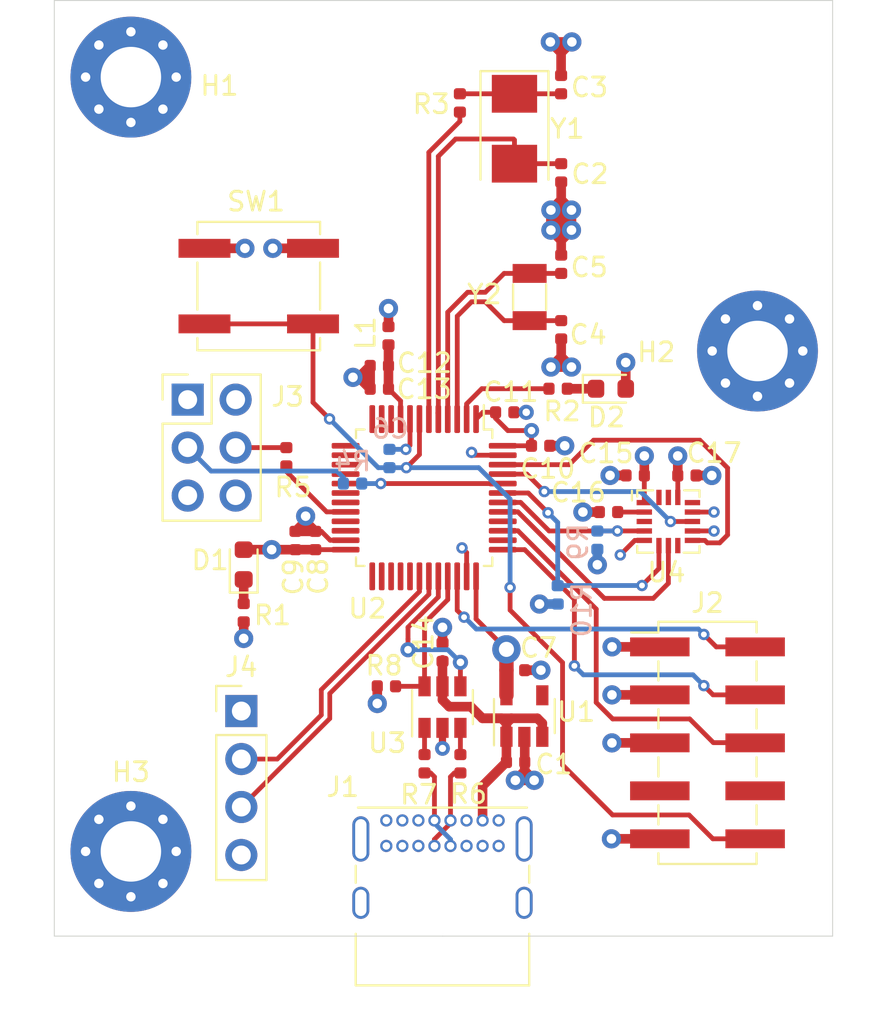
<source format=kicad_pcb>
(kicad_pcb (version 20171130) (host pcbnew "(5.1.5)-3")
  (title_block (date 2020-10-20) (rev "version 1.0"))
  (layers (0 F.Cu signal) (1 GND power) (2 Power power) (31 B.Cu signal) (34 B.Paste user) (35 F.Paste user) (36 B.SilkS user) (37 F.SilkS user) (38 B.Mask user) (39 F.Mask user) (44 Edge.Cuts user))
  (net 0 "")
  (net 1 GND)
  (net 2 +5V)
  (net 3 "Net-(C3-Pad1)")
  (net 4 Reset)
  (net 5 +3V3)
  (net 6 +3.3VA)
  (net 7 BYP)
  (net 8 "Net-(D1-Pad1)")
  (net 9 "Net-(D2-Pad1)")
  (net 10 "Net-(J1-PadA6)")
  (net 11 "Net-(J1-PadB5)")
  (net 12 "Net-(J1-PadB8)")
  (net 13 "Net-(J1-PadA7)")
  (net 14 "Net-(J1-PadA8)")
  (net 15 "Net-(J1-PadA5)")
  (net 16 "Net-(J2-Pad8)")
  (net 17 "Net-(J2-Pad7)")
  (net 18 SWO)
  (net 19 SWCLK)
  (net 20 SWDIO)
  (net 21 "Net-(J3-Pad4)")
  (net 22 "Net-(J3-Pad3)")
  (net 23 USART1_RX)
  (net 24 USART1_TX)
  (net 25 PC13)
  (net 26 Boot0)
  (net 27 Boot1)
  (net 28 Usb-)
  (net 29 Usb+)
  (net 30 SCL)
  (net 31 SDA)
  (net 32 "Net-(U1-Pad4)")
  (net 33 "Net-(U2-Pad40)")
  (net 34 "Net-(U2-Pad38)")
  (net 35 PA12+)
  (net 36 PA11-)
  (net 37 "Net-(U2-Pad29)")
  (net 38 "Net-(U2-Pad28)")
  (net 39 "Net-(U2-Pad27)")
  (net 40 "Net-(U2-Pad26)")
  (net 41 "Net-(U2-Pad25)")
  (net 42 "Net-(U2-Pad22)")
  (net 43 "Net-(U2-Pad21)")
  (net 44 "Net-(U2-Pad19)")
  (net 45 "Net-(U2-Pad18)")
  (net 46 "Net-(U2-Pad17)")
  (net 47 "Net-(U2-Pad16)")
  (net 48 "Net-(U2-Pad15)")
  (net 49 "Net-(U2-Pad14)")
  (net 50 INT2)
  (net 51 INT1)
  (net 52 SA0)
  (net 53 "Net-(U2-Pad10)")
  (net 54 "Net-(U4-Pad15)")
  (net 55 "Net-(U4-Pad16)")
  (net 56 "Net-(U4-Pad13)")
  (net 57 "Net-(U4-Pad8)")
  (net 58 "Net-(U4-Pad3)")
  (net 59 Osc32_+)
  (net 60 Osc32_-)
  (net 61 Osc_+)
  (net 62 Osc_-)
  (net 63 "Net-(U2-Pad13)")
  (net 64 "Net-(U2-Pad12)")
  (net 65 "Net-(U2-Pad11)")
  (module Capacitor_SMD:C_0402_1005Metric (layer B.Cu) (at 155.16692 77.84098 90)
    (fp_text reference C6 (at 1.5724 0.05596) (layer B.SilkS) (effects (justify mirror)))
    (fp_text value 0.1uF)
    (pad 2 smd roundrect (at 0.485 0 90) (size 0.59 0.64) (layers B.Cu B.Paste B.Mask) (net 1 GND))
    (pad 1 smd roundrect (at -0.485 0 90) (size 0.59 0.64) (layers B.Cu B.Paste B.Mask) (net 4 Reset))
  )
  (module my_footprint:MMA8451Q (layer F.Cu) (at 169.94162 81.17586)
    (fp_text reference U4 (at -0.1016 2.69494) (layer F.SilkS))
    (fp_text value MMA8451Q)
    (pad 1 smd rect (at -1.275 -1 90) (size 0.28 0.813) (layers F.Cu F.Paste F.Mask) (net 5 +3V3))
    (pad 2 smd rect (at -1.275 -0.5 90) (size 0.28 0.813) (layers F.Cu F.Paste F.Mask) (net 7 BYP))
    (pad 3 smd rect (at -1.275 0 90) (size 0.28 0.813) (layers F.Cu F.Paste F.Mask) (net 58 "Net-(U4-Pad3)"))
    (pad 4 smd rect (at -1.275 0.5 90) (size 0.28 0.813) (layers F.Cu F.Paste F.Mask) (net 30 SCL))
    (pad 5 smd rect (at -1.275 1 90) (size 0.28 0.813) (layers F.Cu F.Paste F.Mask) (net 1 GND))
    (pad 6 smd rect (at -0.5 1.275 180) (size 0.28 0.813) (layers F.Cu F.Paste F.Mask) (net 31 SDA))
    (pad 7 smd rect (at 0 1.275) (size 0.28 0.813) (layers F.Cu F.Paste F.Mask) (net 52 SA0))
    (pad 8 smd rect (at 0.5 1.275 180) (size 0.28 0.813) (layers F.Cu F.Paste F.Mask) (net 57 "Net-(U4-Pad8)"))
    (pad 13 smd rect (at 1.275 -1 90) (size 0.28 0.813) (layers F.Cu F.Paste F.Mask) (net 56 "Net-(U4-Pad13)"))
    (pad 12 smd rect (at 1.275 -0.5 90) (size 0.28 0.813) (layers F.Cu F.Paste F.Mask) (net 1 GND))
    (pad 11 smd rect (at 1.275 0 90) (size 0.28 0.813) (layers F.Cu F.Paste F.Mask) (net 51 INT1))
    (pad 10 smd rect (at 1.275 0.5 90) (size 0.28 0.813) (layers F.Cu F.Paste F.Mask) (net 1 GND))
    (pad 9 smd rect (at 1.275 1 90) (size 0.28 0.813) (layers F.Cu F.Paste F.Mask) (net 50 INT2))
    (pad 16 smd rect (at -0.5 -1.275 180) (size 0.28 0.813) (layers F.Cu F.Paste F.Mask) (net 55 "Net-(U4-Pad16)"))
    (pad 15 smd rect (at 0 -1.275 180) (size 0.28 0.813) (layers F.Cu F.Paste F.Mask) (net 54 "Net-(U4-Pad15)"))
    (pad 14 smd rect (at 0.5 -1.275 180) (size 0.28 0.813) (layers F.Cu F.Paste F.Mask) (net 5 +3V3))
  )
  (module MountingHole:MountingHole_3.2mm_M3_Pad_Via (layer F.Cu) (at 141.47 98.64)
    (fp_text reference H3 (at 0 -4.2) (layer F.SilkS))
    (fp_text value MountingHole_Pad)
    (pad 1 thru_hole circle (at 1.697056 -1.697056) (size 0.8 0.8) (drill 0.5) (layers *.Cu *.Mask) (net 1 GND))
    (pad 1 thru_hole circle (at 0 -2.4) (size 0.8 0.8) (drill 0.5) (layers *.Cu *.Mask) (net 1 GND))
    (pad 1 thru_hole circle (at -1.697056 -1.697056) (size 0.8 0.8) (drill 0.5) (layers *.Cu *.Mask) (net 1 GND))
    (pad 1 thru_hole circle (at -2.4 0) (size 0.8 0.8) (drill 0.5) (layers *.Cu *.Mask) (net 1 GND))
    (pad 1 thru_hole circle (at -1.697056 1.697056) (size 0.8 0.8) (drill 0.5) (layers *.Cu *.Mask) (net 1 GND))
    (pad 1 thru_hole circle (at 0 2.4) (size 0.8 0.8) (drill 0.5) (layers *.Cu *.Mask) (net 1 GND))
    (pad 1 thru_hole circle (at 1.697056 1.697056) (size 0.8 0.8) (drill 0.5) (layers *.Cu *.Mask) (net 1 GND))
    (pad 1 thru_hole circle (at 2.4 0) (size 0.8 0.8) (drill 0.5) (layers *.Cu *.Mask) (net 1 GND))
    (pad 1 thru_hole circle (at 0 0) (size 6.4 6.4) (drill 3.2) (layers *.Cu *.Mask) (net 1 GND))
  )
  (module MountingHole:MountingHole_3.2mm_M3_Pad_Via (layer F.Cu) (at 174.66314 72.15)
    (fp_text reference H2 (at -5.36448 0.06096) (layer F.SilkS))
    (fp_text value MountingHole_Pad)
    (pad 1 thru_hole circle (at 1.697056 -1.697056) (size 0.8 0.8) (drill 0.5) (layers *.Cu *.Mask) (net 1 GND))
    (pad 1 thru_hole circle (at 0 -2.4) (size 0.8 0.8) (drill 0.5) (layers *.Cu *.Mask) (net 1 GND))
    (pad 1 thru_hole circle (at -1.697056 -1.697056) (size 0.8 0.8) (drill 0.5) (layers *.Cu *.Mask) (net 1 GND))
    (pad 1 thru_hole circle (at -2.4 0) (size 0.8 0.8) (drill 0.5) (layers *.Cu *.Mask) (net 1 GND))
    (pad 1 thru_hole circle (at -1.697056 1.697056) (size 0.8 0.8) (drill 0.5) (layers *.Cu *.Mask) (net 1 GND))
    (pad 1 thru_hole circle (at 0 2.4) (size 0.8 0.8) (drill 0.5) (layers *.Cu *.Mask) (net 1 GND))
    (pad 1 thru_hole circle (at 1.697056 1.697056) (size 0.8 0.8) (drill 0.5) (layers *.Cu *.Mask) (net 1 GND))
    (pad 1 thru_hole circle (at 2.4 0) (size 0.8 0.8) (drill 0.5) (layers *.Cu *.Mask) (net 1 GND))
    (pad 1 thru_hole circle (at 0 0) (size 6.4 6.4) (drill 3.2) (layers *.Cu *.Mask) (net 1 GND))
  )
  (module MountingHole:MountingHole_3.2mm_M3_Pad_Via (layer F.Cu) (at 141.47 57.65)
    (fp_text reference H1 (at 4.68884 0.4572) (layer F.SilkS))
    (fp_text value MountingHole_Pad)
    (pad 1 thru_hole circle (at 1.697056 -1.697056) (size 0.8 0.8) (drill 0.5) (layers *.Cu *.Mask) (net 1 GND))
    (pad 1 thru_hole circle (at 0 -2.4) (size 0.8 0.8) (drill 0.5) (layers *.Cu *.Mask) (net 1 GND))
    (pad 1 thru_hole circle (at -1.697056 -1.697056) (size 0.8 0.8) (drill 0.5) (layers *.Cu *.Mask) (net 1 GND))
    (pad 1 thru_hole circle (at -2.4 0) (size 0.8 0.8) (drill 0.5) (layers *.Cu *.Mask) (net 1 GND))
    (pad 1 thru_hole circle (at -1.697056 1.697056) (size 0.8 0.8) (drill 0.5) (layers *.Cu *.Mask) (net 1 GND))
    (pad 1 thru_hole circle (at 0 2.4) (size 0.8 0.8) (drill 0.5) (layers *.Cu *.Mask) (net 1 GND))
    (pad 1 thru_hole circle (at 1.697056 1.697056) (size 0.8 0.8) (drill 0.5) (layers *.Cu *.Mask) (net 1 GND))
    (pad 1 thru_hole circle (at 2.4 0) (size 0.8 0.8) (drill 0.5) (layers *.Cu *.Mask) (net 1 GND))
    (pad 1 thru_hole circle (at 0 0) (size 6.4 6.4) (drill 3.2) (layers *.Cu *.Mask) (net 1 GND))
  )
  (module Connector_USB:USB_C_Receptacle_GCT_USB4085 (layer F.Cu) (at 155 97)
    (fp_text reference J1 (at -2.3079 -1.77032) (layer F.SilkS))
    (fp_text value USB_C_Receptacle)
    (pad S1 thru_hole oval (at 7.3 4.36) (size 0.9 1.7) (drill oval 0.6 1.4) (layers *.Cu *.Mask) (net 1 GND))
    (pad S1 thru_hole oval (at -1.35 4.36) (size 0.9 1.7) (drill oval 0.6 1.4) (layers *.Cu *.Mask) (net 1 GND))
    (pad S1 thru_hole oval (at 7.3 0.98) (size 0.9 2.4) (drill oval 0.6 2.1) (layers *.Cu *.Mask) (net 1 GND))
    (pad S1 thru_hole oval (at -1.35 0.98) (size 0.9 2.4) (drill oval 0.6 2.1) (layers *.Cu *.Mask) (net 1 GND))
    (pad B6 thru_hole circle (at 3.4 1.35) (size 0.65 0.65) (drill 0.4) (layers *.Cu *.Mask) (net 10 "Net-(J1-PadA6)"))
    (pad B1 thru_hole circle (at 5.95 1.35) (size 0.65 0.65) (drill 0.4) (layers *.Cu *.Mask) (net 1 GND))
    (pad B4 thru_hole circle (at 5.1 1.35) (size 0.65 0.65) (drill 0.4) (layers *.Cu *.Mask) (net 2 +5V))
    (pad B5 thru_hole circle (at 4.25 1.35) (size 0.65 0.65) (drill 0.4) (layers *.Cu *.Mask) (net 11 "Net-(J1-PadB5)"))
    (pad B12 thru_hole circle (at 0 1.35) (size 0.65 0.65) (drill 0.4) (layers *.Cu *.Mask) (net 1 GND))
    (pad B8 thru_hole circle (at 1.7 1.35) (size 0.65 0.65) (drill 0.4) (layers *.Cu *.Mask) (net 12 "Net-(J1-PadB8)"))
    (pad B7 thru_hole circle (at 2.55 1.35) (size 0.65 0.65) (drill 0.4) (layers *.Cu *.Mask) (net 13 "Net-(J1-PadA7)"))
    (pad B9 thru_hole circle (at 0.85 1.35) (size 0.65 0.65) (drill 0.4) (layers *.Cu *.Mask) (net 2 +5V))
    (pad A12 thru_hole circle (at 5.95 0) (size 0.65 0.65) (drill 0.4) (layers *.Cu *.Mask) (net 1 GND))
    (pad A9 thru_hole circle (at 5.1 0) (size 0.65 0.65) (drill 0.4) (layers *.Cu *.Mask) (net 2 +5V))
    (pad A8 thru_hole circle (at 4.25 0) (size 0.65 0.65) (drill 0.4) (layers *.Cu *.Mask) (net 14 "Net-(J1-PadA8)"))
    (pad A7 thru_hole circle (at 3.4 0) (size 0.65 0.65) (drill 0.4) (layers *.Cu *.Mask) (net 13 "Net-(J1-PadA7)"))
    (pad A6 thru_hole circle (at 2.55 0) (size 0.65 0.65) (drill 0.4) (layers *.Cu *.Mask) (net 10 "Net-(J1-PadA6)"))
    (pad A5 thru_hole circle (at 1.7 0) (size 0.65 0.65) (drill 0.4) (layers *.Cu *.Mask) (net 15 "Net-(J1-PadA5)"))
    (pad A4 thru_hole circle (at 0.85 0) (size 0.65 0.65) (drill 0.4) (layers *.Cu *.Mask) (net 2 +5V))
    (pad A1 thru_hole circle (at 0 0) (size 0.65 0.65) (drill 0.4) (layers *.Cu *.Mask) (net 1 GND))
  )
  (module Crystal:Crystal_SMD_3215-2Pin_3.2x1.5mm (layer F.Cu) (at 162.59124 69.2926 270)
    (fp_text reference Y2 (at -0.14618 2.39598 180) (layer F.SilkS))
    (fp_text value 32.768kHz)
    (pad 2 smd rect (at -1.25 0 270) (size 1 1.8) (layers F.Cu F.Paste F.Mask) (net 60 Osc32_-))
    (pad 1 smd rect (at 1.25 0 270) (size 1 1.8) (layers F.Cu F.Paste F.Mask) (net 59 Osc32_+))
  )
  (module Crystal:Crystal_SMD_5032-2Pin_5.0x3.2mm (layer F.Cu) (at 161.78896 60.38342 270)
    (fp_text reference Y1 (at 0 -2.8 180) (layer F.SilkS))
    (fp_text value 8MHz)
    (pad 2 smd rect (at 1.85 0 270) (size 2 2.4) (layers F.Cu F.Paste F.Mask) (net 61 Osc_+))
    (pad 1 smd rect (at -1.85 0 270) (size 2 2.4) (layers F.Cu F.Paste F.Mask) (net 3 "Net-(C3-Pad1)"))
  )
  (module Package_TO_SOT_SMD:SOT-23-6 (layer F.Cu) (at 157.975 91 90)
    (fp_text reference U3 (at -1.9005 -2.93086 180) (layer F.SilkS))
    (fp_text value USBLC6-2SC6)
    (pad 1 smd rect (at -1.1 -0.95 90) (size 1.06 0.65) (layers F.Cu F.Paste F.Mask) (net 29 Usb+))
    (pad 2 smd rect (at -1.1 0 90) (size 1.06 0.65) (layers F.Cu F.Paste F.Mask) (net 1 GND))
    (pad 3 smd rect (at -1.1 0.95 90) (size 1.06 0.65) (layers F.Cu F.Paste F.Mask) (net 28 Usb-))
    (pad 4 smd rect (at 1.1 0.95 90) (size 1.06 0.65) (layers F.Cu F.Paste F.Mask) (net 36 PA11-))
    (pad 6 smd rect (at 1.1 -0.95 90) (size 1.06 0.65) (layers F.Cu F.Paste F.Mask) (net 35 PA12+))
    (pad 5 smd rect (at 1.1 0 90) (size 1.06 0.65) (layers F.Cu F.Paste F.Mask) (net 2 +5V))
  )
  (module Package_QFP:LQFP-48_7x7mm_P0.5mm (layer F.Cu) (at 157.00502 79.91678 270)
    (fp_text reference U2 (at 5.86664 3.0099 180) (layer F.SilkS))
    (fp_text value STM32F103C8Tx)
    (pad 48 smd roundrect (at -2.75 -4.1625 270) (size 0.3 1.475) (layers F.Cu F.Paste F.Mask) (net 5 +3V3))
    (pad 47 smd roundrect (at -2.25 -4.1625 270) (size 0.3 1.475) (layers F.Cu F.Paste F.Mask) (net 1 GND))
    (pad 46 smd roundrect (at -1.75 -4.1625 270) (size 0.3 1.475) (layers F.Cu F.Paste F.Mask) (net 50 INT2))
    (pad 45 smd roundrect (at -1.25 -4.1625 270) (size 0.3 1.475) (layers F.Cu F.Paste F.Mask) (net 51 INT1))
    (pad 44 smd roundrect (at -0.75 -4.1625 270) (size 0.3 1.475) (layers F.Cu F.Paste F.Mask) (net 26 Boot0))
    (pad 43 smd roundrect (at -0.25 -4.1625 270) (size 0.3 1.475) (layers F.Cu F.Paste F.Mask) (net 31 SDA))
    (pad 42 smd roundrect (at 0.25 -4.1625 270) (size 0.3 1.475) (layers F.Cu F.Paste F.Mask) (net 30 SCL))
    (pad 41 smd roundrect (at 0.75 -4.1625 270) (size 0.3 1.475) (layers F.Cu F.Paste F.Mask) (net 52 SA0))
    (pad 40 smd roundrect (at 1.25 -4.1625 270) (size 0.3 1.475) (layers F.Cu F.Paste F.Mask) (net 33 "Net-(U2-Pad40)"))
    (pad 39 smd roundrect (at 1.75 -4.1625 270) (size 0.3 1.475) (layers F.Cu F.Paste F.Mask) (net 18 SWO))
    (pad 38 smd roundrect (at 2.25 -4.1625 270) (size 0.3 1.475) (layers F.Cu F.Paste F.Mask) (net 34 "Net-(U2-Pad38)"))
    (pad 37 smd roundrect (at 2.75 -4.1625 270) (size 0.3 1.475) (layers F.Cu F.Paste F.Mask) (net 19 SWCLK))
    (pad 36 smd roundrect (at 4.1625 -2.75 270) (size 1.475 0.3) (layers F.Cu F.Paste F.Mask) (net 5 +3V3))
    (pad 35 smd roundrect (at 4.1625 -2.25 270) (size 1.475 0.3) (layers F.Cu F.Paste F.Mask) (net 1 GND))
    (pad 34 smd roundrect (at 4.1625 -1.75 270) (size 1.475 0.3) (layers F.Cu F.Paste F.Mask) (net 20 SWDIO))
    (pad 33 smd roundrect (at 4.1625 -1.25 270) (size 1.475 0.3) (layers F.Cu F.Paste F.Mask) (net 35 PA12+))
    (pad 32 smd roundrect (at 4.1625 -0.75 270) (size 1.475 0.3) (layers F.Cu F.Paste F.Mask) (net 36 PA11-))
    (pad 31 smd roundrect (at 4.1625 -0.25 270) (size 1.475 0.3) (layers F.Cu F.Paste F.Mask) (net 23 USART1_RX))
    (pad 30 smd roundrect (at 4.1625 0.25 270) (size 1.475 0.3) (layers F.Cu F.Paste F.Mask) (net 24 USART1_TX))
    (pad 29 smd roundrect (at 4.1625 0.75 270) (size 1.475 0.3) (layers F.Cu F.Paste F.Mask) (net 37 "Net-(U2-Pad29)"))
    (pad 28 smd roundrect (at 4.1625 1.25 270) (size 1.475 0.3) (layers F.Cu F.Paste F.Mask) (net 38 "Net-(U2-Pad28)"))
    (pad 27 smd roundrect (at 4.1625 1.75 270) (size 1.475 0.3) (layers F.Cu F.Paste F.Mask) (net 39 "Net-(U2-Pad27)"))
    (pad 26 smd roundrect (at 4.1625 2.25 270) (size 1.475 0.3) (layers F.Cu F.Paste F.Mask) (net 40 "Net-(U2-Pad26)"))
    (pad 25 smd roundrect (at 4.1625 2.75 270) (size 1.475 0.3) (layers F.Cu F.Paste F.Mask) (net 41 "Net-(U2-Pad25)"))
    (pad 24 smd roundrect (at 2.75 4.1625 270) (size 0.3 1.475) (layers F.Cu F.Paste F.Mask) (net 5 +3V3))
    (pad 23 smd roundrect (at 2.25 4.1625 270) (size 0.3 1.475) (layers F.Cu F.Paste F.Mask) (net 1 GND))
    (pad 22 smd roundrect (at 1.75 4.1625 270) (size 0.3 1.475) (layers F.Cu F.Paste F.Mask) (net 42 "Net-(U2-Pad22)"))
    (pad 21 smd roundrect (at 1.25 4.1625 270) (size 0.3 1.475) (layers F.Cu F.Paste F.Mask) (net 43 "Net-(U2-Pad21)"))
    (pad 20 smd roundrect (at 0.75 4.1625 270) (size 0.3 1.475) (layers F.Cu F.Paste F.Mask) (net 27 Boot1))
    (pad 19 smd roundrect (at 0.25 4.1625 270) (size 0.3 1.475) (layers F.Cu F.Paste F.Mask) (net 44 "Net-(U2-Pad19)"))
    (pad 18 smd roundrect (at -0.25 4.1625 270) (size 0.3 1.475) (layers F.Cu F.Paste F.Mask) (net 45 "Net-(U2-Pad18)"))
    (pad 17 smd roundrect (at -0.75 4.1625 270) (size 0.3 1.475) (layers F.Cu F.Paste F.Mask) (net 46 "Net-(U2-Pad17)"))
    (pad 16 smd roundrect (at -1.25 4.1625 270) (size 0.3 1.475) (layers F.Cu F.Paste F.Mask) (net 47 "Net-(U2-Pad16)"))
    (pad 15 smd roundrect (at -1.75 4.1625 270) (size 0.3 1.475) (layers F.Cu F.Paste F.Mask) (net 48 "Net-(U2-Pad15)"))
    (pad 14 smd roundrect (at -2.25 4.1625 270) (size 0.3 1.475) (layers F.Cu F.Paste F.Mask) (net 49 "Net-(U2-Pad14)"))
    (pad 13 smd roundrect (at -2.75 4.1625 270) (size 0.3 1.475) (layers F.Cu F.Paste F.Mask) (net 63 "Net-(U2-Pad13)"))
    (pad 12 smd roundrect (at -4.1625 2.75 270) (size 1.475 0.3) (layers F.Cu F.Paste F.Mask) (net 64 "Net-(U2-Pad12)"))
    (pad 11 smd roundrect (at -4.1625 2.25 270) (size 1.475 0.3) (layers F.Cu F.Paste F.Mask) (net 65 "Net-(U2-Pad11)"))
    (pad 10 smd roundrect (at -4.1625 1.75 270) (size 1.475 0.3) (layers F.Cu F.Paste F.Mask) (net 53 "Net-(U2-Pad10)"))
    (pad 9 smd roundrect (at -4.1625 1.25 270) (size 1.475 0.3) (layers F.Cu F.Paste F.Mask) (net 6 +3.3VA))
    (pad 8 smd roundrect (at -4.1625 0.75 270) (size 1.475 0.3) (layers F.Cu F.Paste F.Mask) (net 1 GND))
    (pad 7 smd roundrect (at -4.1625 0.25 270) (size 1.475 0.3) (layers F.Cu F.Paste F.Mask) (net 4 Reset))
    (pad 6 smd roundrect (at -4.1625 -0.25 270) (size 1.475 0.3) (layers F.Cu F.Paste F.Mask) (net 62 Osc_-))
    (pad 5 smd roundrect (at -4.1625 -0.75 270) (size 1.475 0.3) (layers F.Cu F.Paste F.Mask) (net 61 Osc_+))
    (pad 4 smd roundrect (at -4.1625 -1.25 270) (size 1.475 0.3) (layers F.Cu F.Paste F.Mask) (net 60 Osc32_-))
    (pad 3 smd roundrect (at -4.1625 -1.75 270) (size 1.475 0.3) (layers F.Cu F.Paste F.Mask) (net 59 Osc32_+))
    (pad 2 smd roundrect (at -4.1625 -2.25 270) (size 1.475 0.3) (layers F.Cu F.Paste F.Mask) (net 25 PC13))
    (pad 1 smd roundrect (at -4.1625 -2.75 270) (size 1.475 0.3) (layers F.Cu F.Paste F.Mask) (net 5 +3V3))
  )
  (module Package_TO_SOT_SMD:SOT-23-5 (layer F.Cu) (at 162.31342 91.47604 90)
    (fp_text reference U1 (at 0.22146 2.7434 180) (layer F.SilkS))
    (fp_text value TLV70033_SOT23-5)
    (pad 5 smd rect (at 1.1 -0.95 90) (size 1.06 0.65) (layers F.Cu F.Paste F.Mask) (net 5 +3V3))
    (pad 4 smd rect (at 1.1 0.95 90) (size 1.06 0.65) (layers F.Cu F.Paste F.Mask) (net 32 "Net-(U1-Pad4)"))
    (pad 3 smd rect (at -1.1 0.95 90) (size 1.06 0.65) (layers F.Cu F.Paste F.Mask) (net 2 +5V))
    (pad 2 smd rect (at -1.1 0 90) (size 1.06 0.65) (layers F.Cu F.Paste F.Mask) (net 1 GND))
    (pad 1 smd rect (at -1.1 -0.95 90) (size 1.06 0.65) (layers F.Cu F.Paste F.Mask) (net 2 +5V))
  )
  (module Button_Switch_SMD:SW_SPST_B3SL-1002P (layer F.Cu) (at 148.24202 68.71462 180)
    (fp_text reference SW1 (at 0.14224 4.47802) (layer F.SilkS))
    (fp_text value SW_Push)
    (pad 2 smd rect (at -2.875 2 180) (size 2.75 1) (layers F.Cu F.Paste F.Mask) (net 1 GND))
    (pad 2 smd rect (at 2.875 2 180) (size 2.75 1) (layers F.Cu F.Paste F.Mask) (net 1 GND))
    (pad 1 smd rect (at 2.875 -2 180) (size 2.75 1) (layers F.Cu F.Paste F.Mask) (net 4 Reset))
    (pad 1 smd rect (at -2.875 -2 180) (size 2.75 1) (layers F.Cu F.Paste F.Mask) (net 4 Reset))
  )
  (module Resistor_SMD:R_0402_1005Metric (layer B.Cu) (at 164.07892 85.05952 90)
    (fp_text reference R10 (at -0.79248 1.27508 90) (layer B.SilkS) (effects (justify mirror)))
    (fp_text value 4.7k)
    (pad 2 smd roundrect (at 0.485 0 90) (size 0.59 0.64) (layers B.Cu B.Paste B.Mask) (net 31 SDA))
    (pad 1 smd roundrect (at -0.485 0 90) (size 0.59 0.64) (layers B.Cu B.Paste B.Mask) (net 5 +3V3))
  )
  (module Resistor_SMD:R_0402_1005Metric (layer B.Cu) (at 166.1795 82.16392 90)
    (fp_text reference R9 (at -0.09144 -1.02108 90) (layer B.SilkS) (effects (justify mirror)))
    (fp_text value 4.7k)
    (pad 2 smd roundrect (at 0.485 0 90) (size 0.59 0.64) (layers B.Cu B.Paste B.Mask) (net 30 SCL))
    (pad 1 smd roundrect (at -0.485 0 90) (size 0.59 0.64) (layers B.Cu B.Paste B.Mask) (net 5 +3V3))
  )
  (module Resistor_SMD:R_0402_1005Metric (layer F.Cu) (at 155.00604 89.90076 180)
    (fp_text reference R8 (at 0.127 1.09728) (layer F.SilkS))
    (fp_text value 1.5k)
    (pad 2 smd roundrect (at 0.485 0 180) (size 0.59 0.64) (layers F.Cu F.Paste F.Mask) (net 5 +3V3))
    (pad 1 smd roundrect (at -0.485 0 180) (size 0.59 0.64) (layers F.Cu F.Paste F.Mask) (net 35 PA12+))
  )
  (module Resistor_SMD:R_0402_1005Metric (layer F.Cu) (at 157.025 94 90)
    (fp_text reference R7 (at -1.63608 -0.30954) (layer F.SilkS))
    (fp_text value 20)
    (pad 2 smd roundrect (at 0.485 0 90) (size 0.59 0.64) (layers F.Cu F.Paste F.Mask) (net 29 Usb+))
    (pad 1 smd roundrect (at -0.485 0 90) (size 0.59 0.64) (layers F.Cu F.Paste F.Mask) (net 10 "Net-(J1-PadA6)"))
  )
  (module Resistor_SMD:R_0402_1005Metric (layer F.Cu) (at 158.925 94 270)
    (fp_text reference R6 (at 1.59798 -0.42952 180) (layer F.SilkS))
    (fp_text value 20)
    (pad 2 smd roundrect (at 0.485 0 270) (size 0.59 0.64) (layers F.Cu F.Paste F.Mask) (net 13 "Net-(J1-PadA7)"))
    (pad 1 smd roundrect (at -0.485 0 270) (size 0.59 0.64) (layers F.Cu F.Paste F.Mask) (net 28 Usb-))
  )
  (module Resistor_SMD:R_0402_1005Metric (layer F.Cu) (at 149.70506 77.74926 90)
    (fp_text reference R5 (at -1.61784 0.35306 180) (layer F.SilkS))
    (fp_text value 100k)
    (pad 2 smd roundrect (at 0.485 0 90) (size 0.59 0.64) (layers F.Cu F.Paste F.Mask) (net 21 "Net-(J3-Pad4)"))
    (pad 1 smd roundrect (at -0.485 0 90) (size 0.59 0.64) (layers F.Cu F.Paste F.Mask) (net 27 Boot1))
  )
  (module Resistor_SMD:R_0402_1005Metric (layer B.Cu) (at 153.21076 79.16678 180)
    (fp_text reference R4 (at 0 1.17) (layer B.SilkS) (effects (justify mirror)))
    (fp_text value 100k)
    (pad 2 smd roundrect (at 0.485 0 180) (size 0.59 0.64) (layers B.Cu B.Paste B.Mask) (net 22 "Net-(J3-Pad3)"))
    (pad 1 smd roundrect (at -0.485 0 180) (size 0.59 0.64) (layers B.Cu B.Paste B.Mask) (net 26 Boot0))
  )
  (module Resistor_SMD:R_0402_1005Metric (layer F.Cu) (at 158.89798 59.01842 270)
    (fp_text reference R3 (at 0.06198 1.51958 180) (layer F.SilkS))
    (fp_text value 3.3k)
    (pad 2 smd roundrect (at 0.485 0 270) (size 0.59 0.64) (layers F.Cu F.Paste F.Mask) (net 62 Osc_-))
    (pad 1 smd roundrect (at -0.485 0 270) (size 0.59 0.64) (layers F.Cu F.Paste F.Mask) (net 3 "Net-(C3-Pad1)"))
  )
  (module Resistor_SMD:R_0402_1005Metric (layer F.Cu) (at 164.103321 74.146121)
    (fp_text reference R2 (at 0.201659 1.195359) (layer F.SilkS))
    (fp_text value 510)
    (pad 2 smd roundrect (at 0.485 0) (size 0.59 0.64) (layers F.Cu F.Paste F.Mask) (net 9 "Net-(D2-Pad1)"))
    (pad 1 smd roundrect (at -0.485 0) (size 0.59 0.64) (layers F.Cu F.Paste F.Mask) (net 25 PC13))
  )
  (module Resistor_SMD:R_0402_1005Metric (layer F.Cu) (at 147.44446 86.00426 90)
    (fp_text reference R1 (at -0.13476 1.524 180) (layer F.SilkS))
    (fp_text value 510)
    (pad 2 smd roundrect (at 0.485 0 90) (size 0.59 0.64) (layers F.Cu F.Paste F.Mask) (net 8 "Net-(D1-Pad1)"))
    (pad 1 smd roundrect (at -0.485 0 90) (size 0.59 0.64) (layers F.Cu F.Paste F.Mask) (net 1 GND))
  )
  (module Inductor_SMD:L_0402_1005Metric (layer F.Cu) (at 155.115 71.34098 270)
    (fp_text reference L1 (at -0.13716 1.21386 90) (layer F.SilkS))
    (fp_text value 12nH)
    (pad 2 smd roundrect (at 0.485 0 270) (size 0.59 0.64) (layers F.Cu F.Paste F.Mask) (net 6 +3.3VA))
    (pad 1 smd roundrect (at -0.485 0 270) (size 0.59 0.64) (layers F.Cu F.Paste F.Mask) (net 5 +3V3))
  )
  (module LED_SMD:LED_0603_1608Metric (layer F.Cu) (at 166.89616 74.14768)
    (fp_text reference D2 (at -0.23368 1.51384) (layer F.SilkS))
    (fp_text value LED)
    (pad 2 smd roundrect (at 0.7875 0) (size 0.875 0.95) (layers F.Cu F.Paste F.Mask) (net 5 +3V3))
    (pad 1 smd roundrect (at -0.7875 0) (size 0.875 0.95) (layers F.Cu F.Paste F.Mask) (net 9 "Net-(D2-Pad1)"))
  )
  (module LED_SMD:LED_0603_1608Metric (layer F.Cu) (at 147.44446 83.45428 90)
    (fp_text reference D1 (at 0.22864 -1.78054 180) (layer F.SilkS))
    (fp_text value LED)
    (pad 2 smd roundrect (at 0.7875 0 90) (size 0.875 0.95) (layers F.Cu F.Paste F.Mask) (net 5 +3V3))
    (pad 1 smd roundrect (at -0.7875 0 90) (size 0.875 0.95) (layers F.Cu F.Paste F.Mask) (net 8 "Net-(D1-Pad1)"))
  )
  (module Capacitor_SMD:C_0402_1005Metric (layer F.Cu) (at 170.9246 78.74 180)
    (fp_text reference C17 (at -1.4398 1.1938) (layer F.SilkS))
    (fp_text value 4.7uF)
    (pad 1 smd roundrect (at -0.485 0 180) (size 0.59 0.64) (layers F.Cu F.Paste F.Mask) (net 1 GND))
    (pad 2 smd roundrect (at 0.485 0 180) (size 0.59 0.64) (layers F.Cu F.Paste F.Mask) (net 5 +3V3))
  )
  (module Capacitor_SMD:C_0402_1005Metric (layer F.Cu) (at 166.77104 80.67586 180)
    (fp_text reference C16 (at 1.59992 1.0367) (layer F.SilkS))
    (fp_text value 0.1uF)
    (pad 1 smd roundrect (at -0.485 0 180) (size 0.59 0.64) (layers F.Cu F.Paste F.Mask) (net 7 BYP))
    (pad 2 smd roundrect (at 0.485 0 180) (size 0.59 0.64) (layers F.Cu F.Paste F.Mask) (net 1 GND))
  )
  (module Capacitor_SMD:C_0402_1005Metric (layer F.Cu) (at 168.18394 78.73652 180)
    (fp_text reference C15 (at 1.54978 1.17254) (layer F.SilkS))
    (fp_text value 0.1uF)
    (pad 1 smd roundrect (at -0.485 0 180) (size 0.59 0.64) (layers F.Cu F.Paste F.Mask) (net 5 +3V3))
    (pad 2 smd roundrect (at 0.485 0 180) (size 0.59 0.64) (layers F.Cu F.Paste F.Mask) (net 1 GND))
  )
  (module Capacitor_SMD:C_0402_1005Metric (layer F.Cu) (at 157.97784 88.09608 90)
    (fp_text reference C14 (at 0.51688 -1.00838 270) (layer F.SilkS))
    (fp_text value 100nF)
    (pad 2 smd roundrect (at 0.485 0 90) (size 0.59 0.64) (layers F.Cu F.Paste F.Mask) (net 1 GND))
    (pad 1 smd roundrect (at -0.485 0 90) (size 0.59 0.64) (layers F.Cu F.Paste F.Mask) (net 2 +5V))
  )
  (module Capacitor_SMD:C_0402_1005Metric (layer F.Cu) (at 154.63 74.15 180)
    (fp_text reference C13 (at -2.37476 -0.02032) (layer F.SilkS))
    (fp_text value 100nF)
    (pad 2 smd roundrect (at 0.485 0 180) (size 0.59 0.64) (layers F.Cu F.Paste F.Mask) (net 1 GND))
    (pad 1 smd roundrect (at -0.485 0 180) (size 0.59 0.64) (layers F.Cu F.Paste F.Mask) (net 6 +3.3VA))
  )
  (module Capacitor_SMD:C_0402_1005Metric (layer F.Cu) (at 154.63 72.94 180)
    (fp_text reference C12 (at -2.38774 0.15494) (layer F.SilkS))
    (fp_text value 1uF)
    (pad 2 smd roundrect (at 0.485 0 180) (size 0.59 0.64) (layers F.Cu F.Paste F.Mask) (net 1 GND))
    (pad 1 smd roundrect (at -0.485 0 180) (size 0.59 0.64) (layers F.Cu F.Paste F.Mask) (net 6 +3.3VA))
  )
  (module Capacitor_SMD:C_0402_1005Metric (layer F.Cu) (at 161.27382 75.39482)
    (fp_text reference C11 (at 0.32512 -1.07696) (layer F.SilkS))
    (fp_text value 100nF)
    (pad 2 smd roundrect (at 0.485 0) (size 0.59 0.64) (layers F.Cu F.Paste F.Mask) (net 1 GND))
    (pad 1 smd roundrect (at -0.485 0) (size 0.59 0.64) (layers F.Cu F.Paste F.Mask) (net 5 +3V3))
  )
  (module Capacitor_SMD:C_0402_1005Metric (layer F.Cu) (at 163.17468 77.16774)
    (fp_text reference C10 (at 0.37846 1.21412) (layer F.SilkS))
    (fp_text value 100nF)
    (pad 2 smd roundrect (at 0.485 0) (size 0.59 0.64) (layers F.Cu F.Paste F.Mask) (net 1 GND))
    (pad 1 smd roundrect (at -0.485 0) (size 0.59 0.64) (layers F.Cu F.Paste F.Mask) (net 5 +3V3))
  )
  (module Capacitor_SMD:C_0402_1005Metric (layer F.Cu) (at 150.1886 82.18178 90)
    (fp_text reference C9 (at -1.92524 -0.1127 90) (layer F.SilkS))
    (fp_text value 100nF)
    (pad 2 smd roundrect (at 0.485 0 90) (size 0.59 0.64) (layers F.Cu F.Paste F.Mask) (net 1 GND))
    (pad 1 smd roundrect (at -0.485 0 90) (size 0.59 0.64) (layers F.Cu F.Paste F.Mask) (net 5 +3V3))
  )
  (module Capacitor_SMD:C_0402_1005Metric (layer F.Cu) (at 151.23668 82.18178 90)
    (fp_text reference C8 (at -1.89984 0.15748 270) (layer F.SilkS))
    (fp_text value 1uF)
    (pad 2 smd roundrect (at 0.485 0 90) (size 0.59 0.64) (layers F.Cu F.Paste F.Mask) (net 1 GND))
    (pad 1 smd roundrect (at -0.485 0 90) (size 0.59 0.64) (layers F.Cu F.Paste F.Mask) (net 5 +3V3))
  )
  (module Capacitor_SMD:C_0402_1005Metric (layer F.Cu) (at 161.84606 89.04682)
    (fp_text reference C7 (at 1.21686 -1.1806) (layer F.SilkS))
    (fp_text value 1uF)
    (pad 2 smd roundrect (at 0.485 0) (size 0.59 0.64) (layers F.Cu F.Paste F.Mask) (net 1 GND))
    (pad 1 smd roundrect (at -0.48266 0) (size 0.59 0.64) (layers F.Cu F.Paste F.Mask) (net 5 +3V3))
  )
  (module Capacitor_SMD:C_0402_1005Metric (layer F.Cu) (at 164.2642 67.5576 90)
    (fp_text reference C5 (at -0.16388 1.48604 180) (layer F.SilkS))
    (fp_text value 5pF)
    (pad 2 smd roundrect (at 0.485 0 90) (size 0.59 0.64) (layers F.Cu F.Paste F.Mask) (net 1 GND))
    (pad 1 smd roundrect (at -0.485 0 90) (size 0.59 0.64) (layers F.Cu F.Paste F.Mask) (net 60 Osc32_-))
  )
  (module Capacitor_SMD:C_0402_1005Metric (layer F.Cu) (at 164.2642 71.0276 270)
    (fp_text reference C4 (at 0.26004 -1.42762 180) (layer F.SilkS))
    (fp_text value 5pF)
    (pad 2 smd roundrect (at 0.485 0 270) (size 0.59 0.64) (layers F.Cu F.Paste F.Mask) (net 1 GND))
    (pad 1 smd roundrect (at -0.485 0 270) (size 0.59 0.64) (layers F.Cu F.Paste F.Mask) (net 59 Osc32_+))
  )
  (module Capacitor_SMD:C_0402_1005Metric (layer F.Cu) (at 164.25926 58.04842 90)
    (fp_text reference C3 (at -0.14298 1.50368) (layer F.SilkS))
    (fp_text value 10pF)
    (pad 2 smd roundrect (at 0.485 0 90) (size 0.59 0.64) (layers F.Cu F.Paste F.Mask) (net 1 GND))
    (pad 1 smd roundrect (at -0.485 0 90) (size 0.59 0.64) (layers F.Cu F.Paste F.Mask) (net 3 "Net-(C3-Pad1)"))
  )
  (module Capacitor_SMD:C_0402_1005Metric (layer F.Cu) (at 164.2642 62.71842 270)
    (fp_text reference C2 (at 0.0653 -1.5216 180) (layer F.SilkS))
    (fp_text value 10pF)
    (pad 2 smd roundrect (at 0.485 0 270) (size 0.59 0.64) (layers F.Cu F.Paste F.Mask) (net 1 GND))
    (pad 1 smd roundrect (at -0.485 0 270) (size 0.59 0.64) (layers F.Cu F.Paste F.Mask) (net 61 Osc_+))
  )
  (module Capacitor_SMD:C_0402_1005Metric (layer F.Cu) (at 161.8486 93.90748)
    (fp_text reference C1 (at 2.02458 0.12078) (layer F.SilkS))
    (fp_text value 1uF)
    (pad 2 smd roundrect (at 0.485 0) (size 0.59 0.64) (layers F.Cu F.Paste F.Mask) (net 1 GND))
    (pad 1 smd roundrect (at -0.485 0) (size 0.59 0.64) (layers F.Cu F.Paste F.Mask) (net 2 +5V))
  )
  (module Connector_PinHeader_2.54mm:PinHeader_2x05_P2.54mm_Vertical_SMD (layer F.Cu) (at 172.01388 92.89354)
    (fp_text reference J2 (at 0 -7.41) (layer F.SilkS))
    (fp_text value SWD)
    (pad 1 smd rect (at -2.525 -5.08) (size 3.15 1) (layers F.Cu F.Paste F.Mask) (net 5 +3V3))
    (pad 2 smd rect (at 2.525 -5.08) (size 3.15 1) (layers F.Cu F.Paste F.Mask) (net 20 SWDIO))
    (pad 3 smd rect (at -2.525 -2.54) (size 3.15 1) (layers F.Cu F.Paste F.Mask) (net 1 GND))
    (pad 4 smd rect (at 2.525 -2.54) (size 3.15 1) (layers F.Cu F.Paste F.Mask) (net 19 SWCLK))
    (pad 5 smd rect (at -2.525 0) (size 3.15 1) (layers F.Cu F.Paste F.Mask) (net 1 GND))
    (pad 6 smd rect (at 2.525 0) (size 3.15 1) (layers F.Cu F.Paste F.Mask) (net 18 SWO))
    (pad 7 smd rect (at -2.525 2.54) (size 3.15 1) (layers F.Cu F.Paste F.Mask) (net 17 "Net-(J2-Pad7)"))
    (pad 8 smd rect (at 2.525 2.54) (size 3.15 1) (layers F.Cu F.Paste F.Mask) (net 16 "Net-(J2-Pad8)"))
    (pad 9 smd rect (at -2.525 5.08) (size 3.15 1) (layers F.Cu F.Paste F.Mask) (net 1 GND))
    (pad 10 smd rect (at 2.525 5.08) (size 3.15 1) (layers F.Cu F.Paste F.Mask) (net 4 Reset))
  )
  (module Connector_PinHeader_2.54mm:PinHeader_1x04_P2.54mm_Vertical (layer F.Cu) (at 147.32 91.21)
    (fp_text reference J4 (at 0 -2.33) (layer F.SilkS))
    (fp_text value USART)
    (pad 4 thru_hole oval (at 0 7.62) (size 1.7 1.7) (drill 1) (layers *.Cu *.Mask) (net 1 GND))
    (pad 3 thru_hole oval (at 0 5.08) (size 1.7 1.7) (drill 1) (layers *.Cu *.Mask) (net 23 USART1_RX))
    (pad 2 thru_hole oval (at 0 2.54) (size 1.7 1.7) (drill 1) (layers *.Cu *.Mask) (net 24 USART1_TX))
    (pad 1 thru_hole rect (at 0 0) (size 1.7 1.7) (drill 1) (layers *.Cu *.Mask) (net 2 +5V))
  )
  (module Connector_PinHeader_2.54mm:PinHeader_2x03_P2.54mm_Vertical (layer F.Cu) (at 144.47774 74.72426)
    (fp_text reference J3 (at 5.2959 -0.1524 180) (layer F.SilkS))
    (fp_text value Boot)
    (pad 1 thru_hole rect (at 0 0) (size 1.7 1.7) (drill 1) (layers *.Cu *.Mask) (net 5 +3V3))
    (pad 2 thru_hole oval (at 2.54 0) (size 1.7 1.7) (drill 1) (layers *.Cu *.Mask) (net 5 +3V3))
    (pad 3 thru_hole oval (at 0 2.54) (size 1.7 1.7) (drill 1) (layers *.Cu *.Mask) (net 22 "Net-(J3-Pad3)"))
    (pad 4 thru_hole oval (at 2.54 2.54) (size 1.7 1.7) (drill 1) (layers *.Cu *.Mask) (net 21 "Net-(J3-Pad4)"))
    (pad 5 thru_hole oval (at 0 5.08) (size 1.7 1.7) (drill 1) (layers *.Cu *.Mask) (net 1 GND))
    (pad 6 thru_hole oval (at 2.54 5.08) (size 1.7 1.7) (drill 1) (layers *.Cu *.Mask) (net 1 GND))
  )
  (gr_line (start 137.414 103.124) (end 157.988 103.124) (layer Edge.Cuts) (width 0.05))
  (gr_line (start 137.414 53.594) (end 137.414 103.124) (layer Edge.Cuts) (width 0.05))
  (gr_line (start 178.642 53.594) (end 137.414 53.594) (layer Edge.Cuts) (width 0.05))
  (gr_line (start 178.642 103.124) (end 178.642 53.594) (layer Edge.Cuts) (width 0.05))
  (gr_line (start 157.988 103.124) (end 178.642 103.124) (layer Edge.Cuts) (width 0.05))
  (via (at 172.24286 78.74) (size 1.016) (drill 0.508) (layers F.Cu B.Cu) (net 1))
  (via (at 166.85138 78.73652) (size 1.016) (drill 0.508) (layers F.Cu B.Cu) (net 1))
  (via (at 148.98784 66.71462) (size 1.016) (drill 0.508) (layers F.Cu B.Cu) (net 1))
  (via (at 162.8311 94.87662) (size 1.016) (drill 0.508) (layers F.Cu B.Cu) (net 1))
  (segment (start 162.3336 92.59622) (end 162.31342 92.57604) (width 0.508) (layer F.Cu) (net 1))
  (segment (start 162.3336 93.90748) (end 162.3336 92.59622) (width 0.508) (layer F.Cu) (net 1))
  (via (at 161.8361 94.87662) (size 1.016) (drill 0.508) (layers F.Cu B.Cu) (net 1))
  (segment (start 162.3336 94.37912) (end 162.3336 93.90748) (width 0.508) (layer F.Cu) (net 1))
  (segment (start 161.8361 94.87662) (end 162.3336 94.37912) (width 0.508) (layer F.Cu) (net 1))
  (segment (start 162.3336 94.37912) (end 162.8311 94.87662) (width 0.508) (layer F.Cu) (net 1))
  (segment (start 161.8361 94.87662) (end 162.8311 94.87662) (width 0.508) (layer F.Cu) (net 1))
  (segment (start 151.55668 81.69678) (end 151.23668 81.69678) (width 0.254) (layer F.Cu) (net 1))
  (segment (start 152.84252 82.16678) (end 152.02668 82.16678) (width 0.254) (layer F.Cu) (net 1))
  (segment (start 152.02668 82.16678) (end 151.55668 81.69678) (width 0.254) (layer F.Cu) (net 1))
  (via (at 150.72614 80.89326) (size 1.016) (drill 0.508) (layers F.Cu B.Cu) (net 1))
  (segment (start 150.1886 81.69678) (end 151.23668 81.69678) (width 0.508) (layer F.Cu) (net 1))
  (segment (start 150.72614 81.15924) (end 150.1886 81.69678) (width 0.508) (layer F.Cu) (net 1))
  (segment (start 150.72614 80.89326) (end 150.72614 81.15924) (width 0.508) (layer F.Cu) (net 1))
  (segment (start 150.72614 81.18624) (end 151.23668 81.69678) (width 0.508) (layer F.Cu) (net 1))
  (segment (start 150.72614 80.89326) (end 150.72614 81.18624) (width 0.508) (layer F.Cu) (net 1))
  (via (at 157.975 93.18752) (size 0.78) (drill 0.381) (layers F.Cu B.Cu) (net 1))
  (via (at 147.4446 87.3665) (size 1.016) (drill 0.508) (layers F.Cu B.Cu) (net 1))
  (segment (start 147.44446 87.36636) (end 147.4446 87.3665) (width 0.508) (layer F.Cu) (net 1))
  (segment (start 147.44446 86.48926) (end 147.44446 87.36636) (width 0.508) (layer F.Cu) (net 1))
  (via (at 153.23312 73.545) (size 1.016) (drill 0.508) (layers F.Cu B.Cu) (net 1))
  (segment (start 153.54 73.545) (end 154.145 72.94) (width 0.508) (layer F.Cu) (net 1))
  (segment (start 153.54 73.545) (end 154.145 74.15) (width 0.508) (layer F.Cu) (net 1))
  (segment (start 153.23312 73.545) (end 153.54 73.545) (width 0.508) (layer F.Cu) (net 1))
  (segment (start 154.145 72.94) (end 154.145 74.15) (width 0.508) (layer F.Cu) (net 1))
  (via (at 163.68964 55.78886) (size 1.016) (drill 0.508) (layers F.Cu B.Cu) (net 1))
  (via (at 164.82888 55.78886) (size 1.016) (drill 0.508) (layers F.Cu B.Cu) (net 1))
  (segment (start 164.25926 57.56342) (end 164.25926 56.35848) (width 0.508) (layer F.Cu) (net 1))
  (segment (start 164.25926 56.35848) (end 163.68964 55.78886) (width 0.508) (layer F.Cu) (net 1))
  (segment (start 164.25926 56.35848) (end 164.82888 55.78886) (width 0.508) (layer F.Cu) (net 1))
  (segment (start 163.68964 55.78886) (end 164.82888 55.78886) (width 0.508) (layer F.Cu) (net 1))
  (segment (start 164.26434 63.20356) (end 164.2642 63.20342) (width 0.508) (layer F.Cu) (net 1))
  (via (at 163.71918 64.68938) (size 1.016) (drill 0.508) (layers F.Cu B.Cu) (net 1))
  (via (at 164.80922 64.68938) (size 1.016) (drill 0.508) (layers F.Cu B.Cu) (net 1))
  (via (at 163.72 73) (size 1.016) (drill 0.508) (layers F.Cu B.Cu) (net 1))
  (via (at 164.8084 73) (size 1.016) (drill 0.508) (layers F.Cu B.Cu) (net 1))
  (segment (start 164.2642 72.4558) (end 163.72 73) (width 0.508) (layer F.Cu) (net 1))
  (segment (start 164.2642 71.5126) (end 164.2642 72.4558) (width 0.508) (layer F.Cu) (net 1))
  (segment (start 164.2642 72.4558) (end 164.8084 73) (width 0.508) (layer F.Cu) (net 1))
  (segment (start 163.72 73) (end 164.8084 73) (width 0.508) (layer F.Cu) (net 1))
  (segment (start 164.2642 64.14436) (end 163.71918 64.68938) (width 0.508) (layer F.Cu) (net 1))
  (segment (start 164.2642 63.20342) (end 164.2642 64.14436) (width 0.508) (layer F.Cu) (net 1))
  (segment (start 164.2642 64.14436) (end 164.80922 64.68938) (width 0.508) (layer F.Cu) (net 1))
  (segment (start 163.71918 64.68938) (end 164.80922 64.68938) (width 0.508) (layer F.Cu) (net 1))
  (via (at 163.71918 65.751) (size 1.016) (drill 0.508) (layers F.Cu B.Cu) (net 1))
  (via (at 164.80922 65.751) (size 1.016) (drill 0.508) (layers F.Cu B.Cu) (net 1))
  (segment (start 164.2642 66.29602) (end 163.71918 65.751) (width 0.508) (layer F.Cu) (net 1))
  (segment (start 164.2642 67.0726) (end 164.2642 66.29602) (width 0.508) (layer F.Cu) (net 1))
  (segment (start 164.2642 66.29602) (end 164.80922 65.751) (width 0.508) (layer F.Cu) (net 1))
  (segment (start 163.71918 65.751) (end 163.71918 64.68938) (width 0.508) (layer F.Cu) (net 1))
  (segment (start 164.80922 64.68938) (end 164.80922 65.751) (width 0.508) (layer F.Cu) (net 1))
  (segment (start 163.71918 65.751) (end 164.80922 65.751) (width 0.508) (layer F.Cu) (net 1))
  (segment (start 163.7476 64.68938) (end 164.80922 65.751) (width 0.508) (layer F.Cu) (net 1))
  (segment (start 163.71918 64.68938) (end 163.7476 64.68938) (width 0.508) (layer F.Cu) (net 1))
  (segment (start 164.7808 64.68938) (end 163.71918 65.751) (width 0.508) (layer F.Cu) (net 1))
  (segment (start 164.80922 64.68938) (end 164.7808 64.68938) (width 0.508) (layer F.Cu) (net 1))
  (segment (start 157.975 92.1) (end 157.975 93.18752) (width 0.381) (layer F.Cu) (net 1))
  (via (at 156.03474 77.35598) (size 0.6) (drill 0.31) (layers F.Cu B.Cu) (net 1))
  (segment (start 156.25502 77.1357) (end 156.03474 77.35598) (width 0.254) (layer F.Cu) (net 1))
  (segment (start 156.25502 75.75428) (end 156.25502 77.1357) (width 0.254) (layer F.Cu) (net 1))
  (segment (start 156.03474 77.35598) (end 155.16692 77.35598) (width 0.254) (layer B.Cu) (net 1))
  (segment (start 151.116 66.71564) (end 151.11702 66.71462) (width 0.508) (layer F.Cu) (net 1))
  (via (at 147.50928 66.71462) (size 1.016) (drill 0.508) (layers F.Cu B.Cu) (net 1))
  (segment (start 145.36702 66.71462) (end 147.50928 66.71462) (width 0.508) (layer F.Cu) (net 1))
  (segment (start 151.11702 66.71462) (end 148.98784 66.71462) (width 0.508) (layer F.Cu) (net 1))
  (via (at 162.4124 75.39482) (size 0.8) (drill 0.4) (layers F.Cu B.Cu) (net 1))
  (via (at 164.45136 77.16774) (size 1.016) (drill 0.508) (layers F.Cu B.Cu) (net 1))
  (segment (start 163.65968 77.16774) (end 164.45136 77.16774) (width 0.508) (layer F.Cu) (net 1))
  (via (at 159.51708 77.51572) (size 0.6) (drill 0.31) (layers F.Cu B.Cu) (net 1))
  (segment (start 161.16752 77.66678) (end 159.66814 77.66678) (width 0.254) (layer F.Cu) (net 1))
  (segment (start 159.66814 77.66678) (end 159.51708 77.51572) (width 0.254) (layer F.Cu) (net 1))
  (via (at 165.41374 80.67586) (size 1.016) (drill 0.508) (layers F.Cu B.Cu) (net 1))
  (segment (start 166.28604 80.67586) (end 165.41374 80.67586) (width 0.508) (layer F.Cu) (net 1))
  (segment (start 167.69894 78.73652) (end 166.85138 78.73652) (width 0.508) (layer F.Cu) (net 1))
  (segment (start 171.4096 78.74) (end 172.24286 78.74) (width 0.508) (layer F.Cu) (net 1))
  (via (at 167.39362 82.94624) (size 0.6) (drill 0.31) (layers F.Cu B.Cu) (net 1))
  (segment (start 168.164 82.17586) (end 167.39362 82.94624) (width 0.254) (layer F.Cu) (net 1))
  (segment (start 168.66662 82.17586) (end 168.164 82.17586) (width 0.254) (layer F.Cu) (net 1))
  (via (at 172.35932 80.67548) (size 0.6) (drill 0.31) (layers F.Cu B.Cu) (net 1))
  (segment (start 171.21662 80.67586) (end 172.35894 80.67586) (width 0.254) (layer F.Cu) (net 1))
  (segment (start 172.35894 80.67586) (end 172.35932 80.67548) (width 0.254) (layer F.Cu) (net 1))
  (via (at 172.35932 81.67878) (size 0.6) (drill 0.31) (layers F.Cu B.Cu) (net 1))
  (segment (start 171.21662 81.67586) (end 172.3564 81.67586) (width 0.254) (layer F.Cu) (net 1))
  (segment (start 172.3564 81.67586) (end 172.35932 81.67878) (width 0.254) (layer F.Cu) (net 1))
  (via (at 163.18992 89.04682) (size 1.016) (drill 0.508) (layers F.Cu B.Cu) (net 1))
  (segment (start 162.33106 89.04682) (end 163.18992 89.04682) (width 0.508) (layer F.Cu) (net 1))
  (via (at 159.00908 82.57286) (size 0.6) (drill 0.31) (layers F.Cu B.Cu) (net 1))
  (segment (start 159.25502 84.07928) (end 159.25502 82.8188) (width 0.254) (layer F.Cu) (net 1))
  (segment (start 159.25502 82.8188) (end 159.00908 82.57286) (width 0.254) (layer F.Cu) (net 1))
  (via (at 166.92626 97.97354) (size 1.016) (drill 0.508) (layers F.Cu B.Cu) (net 1))
  (segment (start 169.48888 97.97354) (end 166.92626 97.97354) (width 0.508) (layer F.Cu) (net 1))
  (via (at 166.95166 92.89608) (size 1.016) (drill 0.508) (layers F.Cu B.Cu) (net 1))
  (segment (start 169.48888 92.89354) (end 166.9542 92.89354) (width 0.508) (layer F.Cu) (net 1))
  (segment (start 166.9542 92.89354) (end 166.95166 92.89608) (width 0.508) (layer F.Cu) (net 1))
  (via (at 166.9542 90.35354) (size 1.016) (drill 0.508) (layers F.Cu B.Cu) (net 1))
  (segment (start 169.48888 90.35354) (end 166.9542 90.35354) (width 0.508) (layer F.Cu) (net 1))
  (segment (start 157.97784 87.61108) (end 157.97784 86.7791) (width 0.508) (layer F.Cu) (net 1))
  (via (at 157.97784 86.7791) (size 1.016) (drill 0.508) (layers F.Cu B.Cu) (net 1))
  (segment (start 161.75882 75.39482) (end 162.4124 75.39482) (width 0.254) (layer F.Cu) (net 1))
  (via (at 163.114 85.54452) (size 1.016) (drill 0.508) (layers F.Cu B.Cu) (net 5))
  (via (at 166.1795 83.466) (size 1.016) (drill 0.508) (layers F.Cu B.Cu) (net 5))
  (segment (start 161.36492 92.57754) (end 161.36342 92.57604) (width 0.508) (layer F.Cu) (net 2))
  (segment (start 157.975 88.50392) (end 157.97784 88.50108) (width 0.508) (layer F.Cu) (net 2))
  (segment (start 163.001621 91.592039) (end 163.26342 91.853838) (width 0.508) (layer F.Cu) (net 2))
  (segment (start 161.625219 91.592039) (end 163.001621 91.592039) (width 0.508) (layer F.Cu) (net 2))
  (segment (start 163.26342 91.853838) (end 163.26342 92.57604) (width 0.508) (layer F.Cu) (net 2))
  (segment (start 161.36342 91.853838) (end 161.625219 91.592039) (width 0.508) (layer F.Cu) (net 2))
  (segment (start 161.36342 92.57604) (end 161.36342 91.853838) (width 0.508) (layer F.Cu) (net 2))
  (segment (start 161.3636 92.57622) (end 161.36342 92.57604) (width 0.508) (layer F.Cu) (net 2))
  (segment (start 161.3636 93.90748) (end 161.3636 92.57622) (width 0.508) (layer F.Cu) (net 2))
  (segment (start 157.975 88.58392) (end 157.97784 88.58108) (width 0.508) (layer F.Cu) (net 2))
  (segment (start 160.1 95.17108) (end 161.3636 93.90748) (width 0.508) (layer F.Cu) (net 2))
  (segment (start 160.1 97) (end 160.1 95.17108) (width 0.508) (layer F.Cu) (net 2))
  (segment (start 157.975 89.9) (end 157.975 88.58392) (width 0.508) (layer F.Cu) (net 2))
  (segment (start 157.975 90.622202) (end 157.975 89.9) (width 0.508) (layer F.Cu) (net 2))
  (segment (start 157.975 90.622202) (end 158.330518 90.97772) (width 0.508) (layer F.Cu) (net 2))
  (segment (start 158.330518 90.97772) (end 159.474922 90.97772) (width 0.508) (layer F.Cu) (net 2))
  (segment (start 159.474922 90.97772) (end 160.089241 91.592039) (width 0.508) (layer F.Cu) (net 2))
  (segment (start 161.36342 91.853838) (end 161.101621 91.592039) (width 0.508) (layer F.Cu) (net 2))
  (segment (start 161.101621 91.592039) (end 160.089241 91.592039) (width 0.508) (layer F.Cu) (net 2))
  (segment (start 160.089241 91.592039) (end 161.625219 91.592039) (width 0.508) (layer F.Cu) (net 2))
  (segment (start 161.78896 58.53342) (end 164.25926 58.53342) (width 0.254) (layer F.Cu) (net 3))
  (segment (start 158.89798 58.53342) (end 161.78896 58.53342) (width 0.254) (layer F.Cu) (net 3))
  (via (at 156.06014 78.32598) (size 0.6) (drill 0.31) (layers F.Cu B.Cu) (net 4))
  (segment (start 156.75502 75.75428) (end 156.75502 77.6311) (width 0.254) (layer F.Cu) (net 4))
  (segment (start 156.75502 77.6311) (end 156.06014 78.32598) (width 0.254) (layer F.Cu) (net 4))
  (segment (start 145.36702 70.71462) (end 151.11702 70.71462) (width 0.254) (layer F.Cu) (net 4))
  (segment (start 151.11702 70.71462) (end 151.11702 74.86876) (width 0.254) (layer F.Cu) (net 4))
  (via (at 151.9936 75.74534) (size 0.6) (drill 0.31) (layers F.Cu B.Cu) (net 4))
  (segment (start 151.11702 74.86876) (end 151.9936 75.74534) (width 0.254) (layer F.Cu) (net 4))
  (segment (start 154.57424 78.32598) (end 155.16692 78.32598) (width 0.254) (layer B.Cu) (net 4))
  (segment (start 151.9936 75.74534) (end 154.57424 78.32598) (width 0.254) (layer B.Cu) (net 4))
  (segment (start 174.54396 97.96846) (end 174.53888 97.97354) (width 0.254) (layer F.Cu) (net 4))
  (segment (start 156.06014 78.32598) (end 155.16692 78.32598) (width 0.254) (layer B.Cu) (net 4))
  (segment (start 156.06014 78.32598) (end 159.89554 78.32598) (width 0.254) (layer B.Cu) (net 4))
  (via (at 161.5567 84.66582) (size 0.6) (drill 0.31) (layers F.Cu B.Cu) (net 4))
  (segment (start 159.89554 78.32598) (end 161.5567 79.98714) (width 0.254) (layer B.Cu) (net 4))
  (segment (start 161.5567 79.98714) (end 161.5567 84.66582) (width 0.254) (layer B.Cu) (net 4))
  (segment (start 172.29902 97.97354) (end 174.53888 97.97354) (width 0.254) (layer F.Cu) (net 4))
  (segment (start 171.03598 96.7105) (end 172.29902 97.97354) (width 0.254) (layer F.Cu) (net 4))
  (segment (start 161.5567 85.8647) (end 164.335839 88.643839) (width 0.254) (layer F.Cu) (net 4))
  (segment (start 164.335839 88.643839) (end 164.335839 94.059119) (width 0.254) (layer F.Cu) (net 4))
  (segment (start 161.5567 84.66582) (end 161.5567 85.8647) (width 0.254) (layer F.Cu) (net 4))
  (segment (start 164.335839 94.059119) (end 166.98722 96.7105) (width 0.254) (layer F.Cu) (net 4))
  (segment (start 166.98722 96.7105) (end 171.03598 96.7105) (width 0.254) (layer F.Cu) (net 4))
  (via (at 168.66894 77.70462) (size 1.016) (drill 0.508) (layers F.Cu B.Cu) (net 5))
  (via (at 170.4396 77.70462) (size 1.016) (drill 0.508) (layers F.Cu B.Cu) (net 5))
  (via (at 167.68366 72.7583) (size 1.016) (drill 0.508) (layers F.Cu B.Cu) (net 5))
  (via (at 155.115 69.9) (size 1.016) (drill 0.508) (layers F.Cu B.Cu) (net 5))
  (via (at 148.92744 82.66678) (size 1.016) (drill 0.508) (layers F.Cu B.Cu) (net 5))
  (segment (start 161.36342 89.04684) (end 161.3634 89.04682) (width 0.508) (layer F.Cu) (net 5))
  (segment (start 161.36342 90.37604) (end 161.36342 89.04684) (width 0.762) (layer F.Cu) (net 5))
  (segment (start 151.23668 82.66678) (end 152.84252 82.66678) (width 0.254) (layer F.Cu) (net 5))
  (segment (start 150.1886 82.66678) (end 151.23668 82.66678) (width 0.508) (layer F.Cu) (net 5))
  (segment (start 148.92744 82.66678) (end 150.1886 82.66678) (width 0.508) (layer F.Cu) (net 5))
  (segment (start 147.44446 82.66678) (end 148.92744 82.66678) (width 0.508) (layer F.Cu) (net 5))
  (segment (start 155.115 69.9) (end 155.115 70.85598) (width 0.508) (layer F.Cu) (net 5))
  (segment (start 167.68366 72.7583) (end 167.68366 74.14768) (width 0.508) (layer F.Cu) (net 5))
  (segment (start 161.16752 77.16678) (end 162.68872 77.16678) (width 0.254) (layer F.Cu) (net 5))
  (segment (start 168.66662 78.73884) (end 168.66894 78.73652) (width 0.254) (layer F.Cu) (net 5))
  (segment (start 168.66662 80.17586) (end 168.66662 78.73884) (width 0.254) (layer F.Cu) (net 5))
  (segment (start 170.44162 78.74202) (end 170.4396 78.74) (width 0.254) (layer F.Cu) (net 5))
  (segment (start 170.44162 79.90086) (end 170.44162 78.74202) (width 0.254) (layer F.Cu) (net 5))
  (segment (start 170.4396 77.70462) (end 170.4396 78.74) (width 0.508) (layer F.Cu) (net 5))
  (segment (start 168.66894 77.70462) (end 168.66894 78.73652) (width 0.508) (layer F.Cu) (net 5))
  (via (at 166.95928 87.811) (size 1.016) (drill 0.508) (layers F.Cu B.Cu) (net 5))
  (segment (start 169.48634 87.811) (end 169.48888 87.81354) (width 0.508) (layer F.Cu) (net 5))
  (segment (start 166.95928 87.811) (end 169.48634 87.811) (width 0.508) (layer F.Cu) (net 5))
  (via (at 154.520902 90.81008) (size 1.016) (drill 0.508) (layers F.Cu B.Cu) (net 5))
  (segment (start 154.52104 90.809942) (end 154.520902 90.81008) (width 0.508) (layer F.Cu) (net 5))
  (segment (start 154.52104 89.90076) (end 154.52104 90.809942) (width 0.508) (layer F.Cu) (net 5))
  (segment (start 166.1795 83.466) (end 166.1795 82.64892) (width 0.508) (layer B.Cu) (net 5))
  (segment (start 163.114 85.54452) (end 164.07892 85.54452) (width 0.508) (layer B.Cu) (net 5))
  (segment (start 161.3634 89.04682) (end 161.3634 87.94501) (width 0.762) (layer F.Cu) (net 5))
  (segment (start 159.75502 84.07928) (end 159.75502 86.33663) (width 0.254) (layer F.Cu) (net 5))
  (via (at 161.3634 87.94501) (size 1.5) (drill 0.8) (layers F.Cu B.Cu) (net 5))
  (segment (start 159.75502 86.33663) (end 161.3634 87.94501) (width 0.254) (layer F.Cu) (net 5))
  (via (at 162.69208 76.36162) (size 0.8) (drill 0.4) (layers F.Cu B.Cu) (net 5))
  (segment (start 160.11448 75.39482) (end 159.75502 75.75428) (width 0.254) (layer F.Cu) (net 5))
  (segment (start 160.78882 75.39482) (end 160.11448 75.39482) (width 0.254) (layer F.Cu) (net 5))
  (segment (start 160.78882 75.39482) (end 160.78882 75.71482) (width 0.254) (layer F.Cu) (net 5))
  (segment (start 161.43562 76.36162) (end 162.69208 76.36162) (width 0.254) (layer F.Cu) (net 5))
  (segment (start 160.78882 75.71482) (end 161.43562 76.36162) (width 0.254) (layer F.Cu) (net 5))
  (segment (start 162.69208 77.16534) (end 162.68968 77.16774) (width 0.254) (layer F.Cu) (net 5))
  (segment (start 162.69208 76.36162) (end 162.69208 77.16534) (width 0.254) (layer F.Cu) (net 5))
  (segment (start 155.115 71.82598) (end 155.115 72.94) (width 0.508) (layer F.Cu) (net 6))
  (segment (start 155.115 72.94) (end 155.115 74.15) (width 0.508) (layer F.Cu) (net 6))
  (segment (start 155.75502 74.79002) (end 155.115 74.15) (width 0.254) (layer F.Cu) (net 6))
  (segment (start 155.75502 75.75428) (end 155.75502 74.79002) (width 0.254) (layer F.Cu) (net 6))
  (segment (start 168.66662 80.67586) (end 167.25604 80.67586) (width 0.254) (layer F.Cu) (net 7))
  (segment (start 147.44446 84.24178) (end 147.44446 85.51926) (width 0.508) (layer F.Cu) (net 8))
  (segment (start 164.58988 74.14768) (end 164.588321 74.146121) (width 0.508) (layer F.Cu) (net 9))
  (segment (start 166.10866 74.14768) (end 164.58988 74.14768) (width 0.508) (layer F.Cu) (net 9))
  (segment (start 157.55 97.151962) (end 157.55 97) (width 0.254) (layer B.Cu) (net 10))
  (segment (start 158.4 98.001962) (end 157.55 97.151962) (width 0.254) (layer B.Cu) (net 10))
  (segment (start 158.4 98.35) (end 158.4 98.001962) (width 0.254) (layer B.Cu) (net 10))
  (segment (start 157.55 97) (end 157.55 94.69) (width 0.254) (layer F.Cu) (net 10))
  (segment (start 157.345 94.485) (end 157.025 94.485) (width 0.254) (layer F.Cu) (net 10))
  (segment (start 157.55 94.69) (end 157.345 94.485) (width 0.254) (layer F.Cu) (net 10))
  (segment (start 158.4 97.151962) (end 158.4 97) (width 0.254) (layer F.Cu) (net 13))
  (segment (start 157.55 98.001962) (end 158.4 97.151962) (width 0.254) (layer F.Cu) (net 13))
  (segment (start 157.55 98.35) (end 157.55 98.001962) (width 0.254) (layer F.Cu) (net 13))
  (segment (start 158.605 94.485) (end 158.925 94.485) (width 0.254) (layer F.Cu) (net 13))
  (segment (start 158.4 94.69) (end 158.605 94.485) (width 0.254) (layer F.Cu) (net 13))
  (segment (start 158.4 97) (end 158.4 94.69) (width 0.254) (layer F.Cu) (net 13))
  (segment (start 174.52806 92.88272) (end 174.53888 92.89354) (width 0.254) (layer F.Cu) (net 18))
  (segment (start 172.3263 92.88272) (end 174.52806 92.88272) (width 0.254) (layer F.Cu) (net 18))
  (segment (start 171.07154 91.62796) (end 172.3263 92.88272) (width 0.254) (layer F.Cu) (net 18))
  (segment (start 166.119199 85.812431) (end 166.119199 90.754341) (width 0.254) (layer F.Cu) (net 18))
  (segment (start 161.973548 81.66678) (end 166.119199 85.812431) (width 0.254) (layer F.Cu) (net 18))
  (segment (start 161.16752 81.66678) (end 161.973548 81.66678) (width 0.254) (layer F.Cu) (net 18))
  (segment (start 166.119199 90.754341) (end 166.992818 91.62796) (width 0.254) (layer F.Cu) (net 18))
  (segment (start 166.992818 91.62796) (end 171.07154 91.62796) (width 0.254) (layer F.Cu) (net 18))
  (segment (start 161.16752 82.66678) (end 162.331482 82.66678) (width 0.254) (layer F.Cu) (net 19))
  (via (at 164.96284 88.81618) (size 0.6) (drill 0.31) (layers F.Cu B.Cu) (net 19))
  (segment (start 162.331482 82.66678) (end 164.96284 85.298138) (width 0.254) (layer F.Cu) (net 19))
  (segment (start 164.96284 85.298138) (end 164.96284 88.81618) (width 0.254) (layer F.Cu) (net 19))
  (via (at 171.82084 89.8652) (size 0.6) (drill 0.31) (layers F.Cu B.Cu) (net 19))
  (segment (start 172.30918 90.35354) (end 172.120839 90.165199) (width 0.254) (layer F.Cu) (net 19))
  (segment (start 172.120839 90.165199) (end 171.82084 89.8652) (width 0.254) (layer F.Cu) (net 19))
  (segment (start 174.53888 90.35354) (end 172.30918 90.35354) (width 0.254) (layer F.Cu) (net 19))
  (segment (start 171.2468 89.29116) (end 171.82084 89.8652) (width 0.254) (layer B.Cu) (net 19))
  (segment (start 164.96284 88.81618) (end 165.43782 89.29116) (width 0.254) (layer B.Cu) (net 19))
  (segment (start 165.43782 89.29116) (end 171.2468 89.29116) (width 0.254) (layer B.Cu) (net 19))
  (via (at 171.82084 87.15502) (size 0.6) (drill 0.31) (layers F.Cu B.Cu) (net 20))
  (segment (start 174.53888 87.81354) (end 172.47936 87.81354) (width 0.254) (layer F.Cu) (net 20))
  (segment (start 172.47936 87.81354) (end 171.82084 87.15502) (width 0.254) (layer F.Cu) (net 20))
  (via (at 159.1183 86.24062) (size 0.6) (drill 0.31) (layers F.Cu B.Cu) (net 20))
  (segment (start 158.75502 85.87734) (end 159.1183 86.24062) (width 0.254) (layer F.Cu) (net 20))
  (segment (start 158.75502 84.07928) (end 158.75502 85.87734) (width 0.254) (layer F.Cu) (net 20))
  (segment (start 159.13862 86.24062) (end 159.1183 86.24062) (width 0.254) (layer B.Cu) (net 20))
  (segment (start 171.53382 86.868) (end 159.766 86.868) (width 0.254) (layer B.Cu) (net 20))
  (segment (start 159.766 86.868) (end 159.13862 86.24062) (width 0.254) (layer B.Cu) (net 20))
  (segment (start 171.82084 87.15502) (end 171.53382 86.868) (width 0.254) (layer B.Cu) (net 20))
  (segment (start 148.219821 77.26426) (end 149.70506 77.26426) (width 0.254) (layer F.Cu) (net 21))
  (segment (start 147.01774 77.26426) (end 148.219821 77.26426) (width 0.254) (layer F.Cu) (net 21))
  (segment (start 144.47774 77.26426) (end 145.7198 78.50632) (width 0.254) (layer B.Cu) (net 22))
  (segment (start 152.72576 78.84678) (end 152.72576 79.16678) (width 0.254) (layer B.Cu) (net 22))
  (segment (start 152.3853 78.50632) (end 152.72576 78.84678) (width 0.254) (layer B.Cu) (net 22))
  (segment (start 145.7198 78.50632) (end 152.3853 78.50632) (width 0.254) (layer B.Cu) (net 22))
  (segment (start 157.25502 85.030206) (end 152.0063 90.278926) (width 0.25) (layer F.Cu) (net 23))
  (segment (start 157.25502 84.07928) (end 157.25502 85.030206) (width 0.25) (layer F.Cu) (net 23))
  (segment (start 152.0063 91.6037) (end 147.32 96.29) (width 0.25) (layer F.Cu) (net 23))
  (segment (start 152.0063 90.278926) (end 152.0063 91.6037) (width 0.25) (layer F.Cu) (net 23))
  (segment (start 151.55629 91.4173) (end 149.22359 93.75) (width 0.25) (layer F.Cu) (net 24))
  (segment (start 151.55629 90.081212) (end 151.55629 91.4173) (width 0.25) (layer F.Cu) (net 24))
  (segment (start 149.22359 93.75) (end 147.32 93.75) (width 0.25) (layer F.Cu) (net 24))
  (segment (start 156.75502 84.07928) (end 156.75502 84.882482) (width 0.25) (layer F.Cu) (net 24))
  (segment (start 156.75502 84.882482) (end 151.55629 90.081212) (width 0.25) (layer F.Cu) (net 24))
  (segment (start 159.25502 74.948252) (end 159.25502 75.01678) (width 0.254) (layer F.Cu) (net 25))
  (segment (start 160.057151 74.146121) (end 159.25502 74.948252) (width 0.254) (layer F.Cu) (net 25))
  (segment (start 159.25502 75.01678) (end 159.25502 75.75428) (width 0.254) (layer F.Cu) (net 25))
  (segment (start 163.618321 74.146121) (end 160.057151 74.146121) (width 0.254) (layer F.Cu) (net 25))
  (via (at 154.70682 79.16678) (size 0.6) (drill 0.31) (layers F.Cu B.Cu) (net 26))
  (segment (start 161.16752 79.16678) (end 154.70682 79.16678) (width 0.254) (layer F.Cu) (net 26))
  (segment (start 154.70682 79.16678) (end 153.69576 79.16678) (width 0.254) (layer B.Cu) (net 26))
  (segment (start 151.84258 80.66678) (end 149.70506 78.52926) (width 0.254) (layer F.Cu) (net 27))
  (segment (start 149.70506 78.52926) (end 149.70506 78.23426) (width 0.254) (layer F.Cu) (net 27))
  (segment (start 152.84252 80.66678) (end 151.84258 80.66678) (width 0.254) (layer F.Cu) (net 27))
  (segment (start 158.925 93.515) (end 158.925 92.1) (width 0.254) (layer F.Cu) (net 28))
  (segment (start 157.025 93.515) (end 157.025 92.1) (width 0.254) (layer F.Cu) (net 29))
  (via (at 167.24376 81.67624) (size 0.6) (drill 0.31) (layers F.Cu B.Cu) (net 30))
  (segment (start 168.66662 81.67586) (end 167.24414 81.67586) (width 0.254) (layer F.Cu) (net 30))
  (segment (start 167.24414 81.67586) (end 167.24376 81.67624) (width 0.254) (layer F.Cu) (net 30))
  (segment (start 166.18218 81.67624) (end 166.1795 81.67892) (width 0.254) (layer B.Cu) (net 30))
  (segment (start 167.24376 81.67624) (end 166.18218 81.67624) (width 0.254) (layer B.Cu) (net 30))
  (segment (start 161.90502 80.16678) (end 161.16752 80.16678) (width 0.254) (layer F.Cu) (net 30))
  (segment (start 162.115614 80.16678) (end 161.90502 80.16678) (width 0.254) (layer F.Cu) (net 30))
  (segment (start 163.625074 81.67624) (end 162.115614 80.16678) (width 0.254) (layer F.Cu) (net 30))
  (segment (start 167.24376 81.67624) (end 163.625074 81.67624) (width 0.254) (layer F.Cu) (net 30))
  (via (at 168.54424 84.56422) (size 0.6) (drill 0.31) (layers F.Cu B.Cu) (net 31))
  (segment (start 169.44162 82.45086) (end 169.44162 83.66684) (width 0.254) (layer F.Cu) (net 31))
  (segment (start 169.44162 83.66684) (end 168.54424 84.56422) (width 0.254) (layer F.Cu) (net 31))
  (via (at 163.56584 80.71358) (size 0.6) (drill 0.31) (layers F.Cu B.Cu) (net 31))
  (segment (start 161.16752 79.66678) (end 162.518178 79.66678) (width 0.254) (layer F.Cu) (net 31))
  (segment (start 162.518178 79.66678) (end 163.564978 80.71358) (width 0.254) (layer F.Cu) (net 31))
  (segment (start 163.56584 80.71358) (end 164.07892 81.22666) (width 0.254) (layer B.Cu) (net 31))
  (segment (start 164.08922 84.56422) (end 164.07892 84.57452) (width 0.254) (layer B.Cu) (net 31))
  (segment (start 168.54424 84.56422) (end 164.08922 84.56422) (width 0.254) (layer B.Cu) (net 31))
  (segment (start 164.07892 81.22666) (end 164.07892 84.57452) (width 0.254) (layer B.Cu) (net 31))
  (segment (start 157.02424 89.90076) (end 157.025 89.9) (width 0.254) (layer F.Cu) (net 35))
  (segment (start 155.49104 89.90076) (end 157.02424 89.90076) (width 0.254) (layer F.Cu) (net 35))
  (segment (start 158.25502 84.81678) (end 158.25502 84.07928) (width 0.254) (layer F.Cu) (net 35))
  (segment (start 158.25502 85.311512) (end 158.25502 84.81678) (width 0.254) (layer F.Cu) (net 35))
  (segment (start 157.025 89.9) (end 157.025 86.541532) (width 0.254) (layer F.Cu) (net 35))
  (segment (start 157.025 86.541532) (end 158.25502 85.311512) (width 0.254) (layer F.Cu) (net 35))
  (via (at 156.14904 87.96274) (size 0.8) (drill 0.4) (layers F.Cu B.Cu) (net 36))
  (segment (start 158.925 89.9) (end 158.925 88.63102) (width 0.254) (layer F.Cu) (net 36))
  (segment (start 158.25724 87.96274) (end 158.92526 88.63076) (width 0.254) (layer B.Cu) (net 36))
  (segment (start 158.925 88.63102) (end 158.92526 88.63076) (width 0.254) (layer F.Cu) (net 36))
  (segment (start 156.14904 87.96274) (end 158.25724 87.96274) (width 0.254) (layer B.Cu) (net 36))
  (via (at 158.92526 88.63076) (size 0.8) (drill 0.4) (layers F.Cu B.Cu) (net 36))
  (segment (start 156.14904 86.775424) (end 156.14904 87.397055) (width 0.254) (layer F.Cu) (net 36))
  (segment (start 157.75502 85.169444) (end 156.14904 86.775424) (width 0.254) (layer F.Cu) (net 36))
  (segment (start 157.75502 84.07928) (end 157.75502 85.169444) (width 0.254) (layer F.Cu) (net 36))
  (segment (start 156.14904 87.397055) (end 156.14904 87.96274) (width 0.254) (layer F.Cu) (net 36))
  (segment (start 164.688122 78.16678) (end 161.16752 78.16678) (width 0.254) (layer F.Cu) (net 50))
  (segment (start 165.985283 76.869619) (end 164.688122 78.16678) (width 0.254) (layer F.Cu) (net 50))
  (segment (start 171.21662 82.17586) (end 171.87712 82.17586) (width 0.254) (layer F.Cu) (net 50))
  (segment (start 171.87712 82.17586) (end 172.007041 82.305781) (width 0.254) (layer F.Cu) (net 50))
  (segment (start 172.007041 82.305781) (end 172.660281 82.305781) (width 0.254) (layer F.Cu) (net 50))
  (segment (start 173.077861 78.339199) (end 171.608281 76.869619) (width 0.254) (layer F.Cu) (net 50))
  (segment (start 172.660281 82.305781) (end 173.077861 81.888201) (width 0.254) (layer F.Cu) (net 50))
  (segment (start 171.608281 76.869619) (end 165.985283 76.869619) (width 0.254) (layer F.Cu) (net 50))
  (segment (start 173.077861 81.888201) (end 173.077861 78.339199) (width 0.254) (layer F.Cu) (net 50))
  (via (at 170.053 81.17586) (size 0.6) (drill 0.31) (layers F.Cu B.Cu) (net 51))
  (segment (start 170.053 81.17586) (end 171.21662 81.17586) (width 0.254) (layer F.Cu) (net 51))
  (via (at 163.37026 79.5909) (size 0.6) (drill 0.31) (layers F.Cu B.Cu) (net 51))
  (segment (start 168.46804 79.5909) (end 163.37026 79.5909) (width 0.254) (layer B.Cu) (net 51))
  (segment (start 162.44614 78.66678) (end 163.37026 79.5909) (width 0.254) (layer F.Cu) (net 51))
  (segment (start 170.053 81.17586) (end 168.46804 79.5909) (width 0.254) (layer B.Cu) (net 51))
  (segment (start 161.16752 78.66678) (end 162.44614 78.66678) (width 0.254) (layer F.Cu) (net 51))
  (segment (start 166.551708 85.24494) (end 169.14368 85.24494) (width 0.254) (layer F.Cu) (net 52))
  (segment (start 169.94162 84.447) (end 169.94162 82.45086) (width 0.254) (layer F.Cu) (net 52))
  (segment (start 161.16752 80.66678) (end 161.973548 80.66678) (width 0.254) (layer F.Cu) (net 52))
  (segment (start 169.14368 85.24494) (end 169.94162 84.447) (width 0.254) (layer F.Cu) (net 52))
  (segment (start 161.973548 80.66678) (end 166.551708 85.24494) (width 0.254) (layer F.Cu) (net 52))
  (segment (start 162.59124 70.5426) (end 164.2642 70.5426) (width 0.254) (layer F.Cu) (net 59))
  (segment (start 161.241239 70.5426) (end 160.243239 69.5446) (width 0.254) (layer F.Cu) (net 59))
  (segment (start 162.59124 70.5426) (end 161.241239 70.5426) (width 0.254) (layer F.Cu) (net 59))
  (segment (start 160.243239 69.5446) (end 159.518462 69.5446) (width 0.254) (layer F.Cu) (net 59))
  (segment (start 158.75702 70.306042) (end 158.75702 75.75228) (width 0.254) (layer F.Cu) (net 59))
  (segment (start 159.518462 69.5446) (end 158.75702 70.306042) (width 0.254) (layer F.Cu) (net 59))
  (segment (start 158.75702 75.75228) (end 158.75502 75.75428) (width 0.254) (layer F.Cu) (net 59))
  (segment (start 162.59124 68.0426) (end 164.2642 68.0426) (width 0.254) (layer F.Cu) (net 60))
  (segment (start 161.241239 68.0426) (end 160.243239 69.0406) (width 0.254) (layer F.Cu) (net 60))
  (segment (start 160.243239 69.0406) (end 159.309698 69.0406) (width 0.254) (layer F.Cu) (net 60))
  (segment (start 162.59124 68.0426) (end 161.241239 68.0426) (width 0.254) (layer F.Cu) (net 60))
  (segment (start 158.25302 75.75228) (end 158.25502 75.75428) (width 0.254) (layer F.Cu) (net 60))
  (segment (start 159.309698 69.0406) (end 158.25302 70.097278) (width 0.254) (layer F.Cu) (net 60))
  (segment (start 158.25302 70.097278) (end 158.25302 75.75228) (width 0.254) (layer F.Cu) (net 60))
  (segment (start 161.78896 62.23342) (end 164.2642 62.23342) (width 0.254) (layer F.Cu) (net 61))
  (segment (start 157.73203 75.43349) (end 157.75502 75.45648) (width 0.254) (layer F.Cu) (net 61))
  (segment (start 157.75502 75.75428) (end 157.75702 75.75228) (width 0.254) (layer F.Cu) (net 61))
  (segment (start 161.78896 60.97942) (end 161.78896 62.23342) (width 0.254) (layer F.Cu) (net 61))
  (segment (start 157.75702 75.75228) (end 157.75702 61.842002) (width 0.254) (layer F.Cu) (net 61))
  (segment (start 157.75702 61.842002) (end 158.671651 60.927371) (width 0.254) (layer F.Cu) (net 61))
  (segment (start 158.671651 60.927371) (end 161.736911 60.927371) (width 0.254) (layer F.Cu) (net 61))
  (segment (start 161.736911 60.927371) (end 161.78896 60.97942) (width 0.254) (layer F.Cu) (net 61))
  (segment (start 158.89798 59.988278) (end 158.89798 59.50342) (width 0.254) (layer F.Cu) (net 62))
  (segment (start 157.25302 61.633238) (end 158.89798 59.988278) (width 0.254) (layer F.Cu) (net 62))
  (segment (start 157.25502 75.75428) (end 157.25302 75.75228) (width 0.254) (layer F.Cu) (net 62))
  (segment (start 157.25302 75.75228) (end 157.25302 61.633238) (width 0.254) (layer F.Cu) (net 62))
)
</source>
